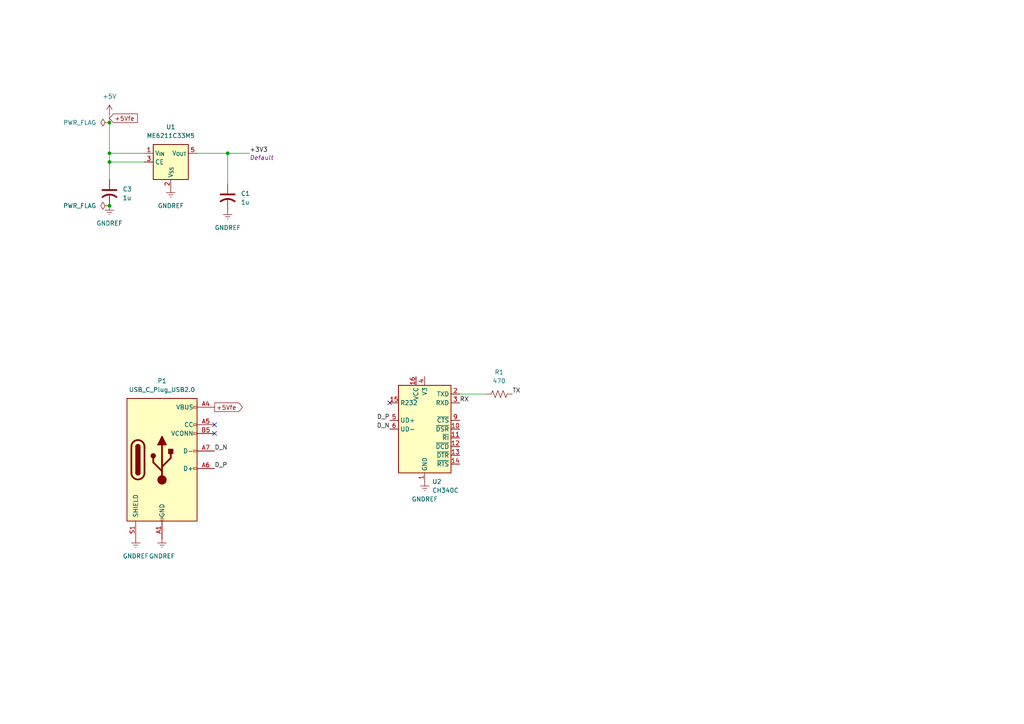
<source format=kicad_sch>
(kicad_sch (version 20250114) (generator "eeschema") (generator_version "9.0")
  (paper "A4")
  (lib_symbols
    (symbol "Connector:USB_C_Plug_USB2.0" (pin_names (offset 1.016))
      (property "Reference" "P" (at -10.16 19.05 0))
      (property "Value" "USB_C_Plug_USB2.0" (at 12.7 19.05 0))
      (symbol "USB_C_Plug_USB2.0_0_0"
        (rectangle (start -0.254 -17.78) (end 0.254 -16.764))
        (rectangle (start 10.16 15.494) (end 9.144 14.986))
        (rectangle (start 10.16 10.414) (end 9.144 9.906))
        (rectangle (start 10.16 7.874) (end 9.144 7.366))
        (rectangle (start 10.16 2.794) (end 9.144 2.286))
        (rectangle (start 10.16 -2.286) (end 9.144 -2.794))
      )
      (symbol "USB_C_Plug_USB2.0_0_1"
        (rectangle (start -10.16 17.78) (end 10.16 -17.78) (stroke (width 0.254)) (fill (type background)))
        (polyline (pts (xy -8.89 -3.81) (xy -8.89 3.81)) (stroke (width 0.508)))
        (rectangle (start -7.62 -3.81) (end -6.35 3.81) (stroke (width 0.254)) (fill (type outline)))
        (arc (start -7.62 3.81) (mid -6.985 4.4423) (end -6.35 3.81) (stroke (width 0.254)))
        (arc (start -7.62 3.81) (mid -6.985 4.4423) (end -6.35 3.81) (stroke (width 0.254)) (fill (type outline)))
        (arc (start -8.89 3.81) (mid -6.985 5.7067) (end -5.08 3.81) (stroke (width 0.508)))
        (arc (start -5.08 -3.81) (mid -6.985 -5.7067) (end -8.89 -3.81) (stroke (width 0.508)))
        (arc (start -6.35 -3.81) (mid -6.985 -4.4423) (end -7.62 -3.81) (stroke (width 0.254)))
        (arc (start -6.35 -3.81) (mid -6.985 -4.4423) (end -7.62 -3.81) (stroke (width 0.254)) (fill (type outline)))
        (polyline (pts (xy -5.08 3.81) (xy -5.08 -3.81)) (stroke (width 0.508)))
        (circle (center -2.54 1.143) (radius 0.635) (stroke (width 0.254)) (fill (type outline)))
        (polyline (pts (xy -1.27 4.318) (xy 0 6.858) (xy 1.27 4.318) (xy -1.27 4.318)) (stroke (width 0.254)) (fill (type outline)))
        (polyline (pts (xy 0 -2.032) (xy 2.54 0.508) (xy 2.54 1.778)) (stroke (width 0.508)))
        (polyline (pts (xy 0 -3.302) (xy -2.54 -0.762) (xy -2.54 0.508)) (stroke (width 0.508)))
        (polyline (pts (xy 0 -5.842) (xy 0 4.318)) (stroke (width 0.508)))
        (circle (center 0 -5.842) (radius 1.27) (fill (type outline)))
        (rectangle (start 1.905 1.778) (end 3.175 3.048) (stroke (width 0.254)) (fill (type outline)))
      )
      (symbol "USB_C_Plug_USB2.0_1_1"
        (pin passive line (at -7.62 -22.86 90) (length 5.08) (name "SHIELD") (number "S1"))
        (pin passive line (at 0 -22.86 90) (length 5.08) (name "GND") (number "A1"))
        (pin passive line (at 0 -22.86 90) (length 5.08) (hide yes) (name "GND") (number "A12"))
        (pin passive line (at 0 -22.86 90) (length 5.08) (hide yes) (name "GND") (number "B1"))
        (pin passive line (at 0 -22.86 90) (length 5.08) (hide yes) (name "GND") (number "B12"))
        (pin passive line (at 15.24 15.24 180) (length 5.08) (name "VBUS") (number "A4"))
        (pin passive line (at 15.24 15.24 180) (length 5.08) (hide yes) (name "VBUS") (number "A9"))
        (pin passive line (at 15.24 15.24 180) (length 5.08) (hide yes) (name "VBUS") (number "B4"))
        (pin passive line (at 15.24 15.24 180) (length 5.08) (hide yes) (name "VBUS") (number "B9"))
        (pin bidirectional line (at 15.24 10.16 180) (length 5.08) (name "CC") (number "A5"))
        (pin bidirectional line (at 15.24 7.62 180) (length 5.08) (name "VCONN") (number "B5"))
        (pin bidirectional line (at 15.24 2.54 180) (length 5.08) (name "D-") (number "A7"))
        (pin bidirectional line (at 15.24 -2.54 180) (length 5.08) (name "D+") (number "A6"))
      )
    )
    (symbol "Device:C_US" (pin_numbers (hide yes)) (pin_names (offset 0.254) (hide yes))
      (property "Reference" "C" (at 0.635 2.54 0))
      (property "Value" "C_US" (at 0.635 -2.54 0))
      (symbol "C_US_0_1"
        (polyline (pts (xy -2.032 0.762) (xy 2.032 0.762)) (stroke (width 0.508)))
        (arc (start -2.032 -1.27) (mid 0 -0.5572) (end 2.032 -1.27) (stroke (width 0.508)))
      )
      (symbol "C_US_1_1"
        (pin passive line (at 0 3.81 270) (length 2.794) (name "~") (number "1"))
        (pin passive line (at 0 -3.81 90) (length 3.302) (name "~") (number "2"))
      )
    )
    (symbol "Device:R_US" (pin_numbers (hide yes)) (pin_names (offset 0))
      (property "Reference" "R" (at 2.54 0 90))
      (property "Value" "R_US" (at -2.54 0 90))
      (symbol "R_US_0_1"
        (polyline (pts (xy 0 2.286) (xy 0 2.54)))
        (polyline (pts (xy 0 2.286) (xy 1.016 1.905) (xy 0 1.524) (xy -1.016 1.143) (xy 0 0.762)))
        (polyline (pts (xy 0 0.762) (xy 1.016 0.381) (xy 0 0) (xy -1.016 -0.381) (xy 0 -0.762)))
        (polyline (pts (xy 0 -0.762) (xy 1.016 -1.143) (xy 0 -1.524) (xy -1.016 -1.905) (xy 0 -2.286)))
        (polyline (pts (xy 0 -2.286) (xy 0 -2.54)))
      )
      (symbol "R_US_1_1"
        (pin passive line (at 0 3.81 270) (length 1.27) (name "~") (number "1"))
        (pin passive line (at 0 -3.81 90) (length 1.27) (name "~") (number "2"))
      )
    )
    (symbol "Interface_USB:CH340C"
      (property "Reference" "U" (at -5.08 13.97 0))
      (property "Value" "CH340C" (at 1.27 13.97 0))
      (symbol "CH340C_0_1"
        (rectangle (start -7.62 12.7) (end 7.62 -12.7) (stroke (width 0.254)) (fill (type background)))
      )
      (symbol "CH340C_1_1"
        (pin input line (at -10.16 7.62 0) (length 2.54) (name "R232") (number "15"))
        (pin bidirectional line (at -10.16 2.54 0) (length 2.54) (name "UD+") (number "5"))
        (pin bidirectional line (at -10.16 0 0) (length 2.54) (name "UD-") (number "6"))
        (pin no_connect line (at -7.62 -5.08 0) (length 2.54) (hide yes) (name "NC") (number "7"))
        (pin no_connect line (at -7.62 -7.62 0) (length 2.54) (hide yes) (name "NC") (number "8"))
        (pin power_in line (at -2.54 15.24 270) (length 2.54) (name "VCC") (number "16"))
        (pin power_out line (at 0 15.24 270) (length 2.54) (name "V3") (number "4"))
        (pin power_in line (at 0 -15.24 90) (length 2.54) (name "GND") (number "1"))
        (pin output line (at 10.16 10.16 180) (length 2.54) (name "TXD") (number "2"))
        (pin input line (at 10.16 7.62 180) (length 2.54) (name "RXD") (number "3"))
        (pin input line (at 10.16 2.54 180) (length 2.54) (name "~{CTS}") (number "9"))
        (pin input line (at 10.16 0 180) (length 2.54) (name "~{DSR}") (number "10"))
        (pin input line (at 10.16 -2.54 180) (length 2.54) (name "~{RI}") (number "11"))
        (pin input line (at 10.16 -5.08 180) (length 2.54) (name "~{DCD}") (number "12"))
        (pin output line (at 10.16 -7.62 180) (length 2.54) (name "~{DTR}") (number "13"))
        (pin output line (at 10.16 -10.16 180) (length 2.54) (name "~{RTS}") (number "14"))
      )
    )
    (symbol "Regulator_Linear:ME6211C33M5"
      (property "Reference" "U" (at -4.572 6.35 0))
      (property "Value" "ME6211C33M5" (at 10.16 8.636 0))
      (symbol "ME6211C33M5_1_1"
        (rectangle (start -5.08 5.08) (end 5.08 -5.08) (stroke (width 0.254)) (fill (type background)))
        (pin power_in line (at -7.62 2.54 0) (length 2.54) (name "V_{IN}") (number "1"))
        (pin input line (at -7.62 0 0) (length 2.54) (name "CE") (number "3"))
        (pin power_in line (at 0 -7.62 90) (length 2.54) (name "V_{SS}") (number "2"))
        (pin no_connect line (at 5.08 0 180) (length 2.54) (hide yes) (name "NC") (number "4"))
        (pin power_out line (at 7.62 2.54 180) (length 2.54) (name "V_{OUT}") (number "5"))
      )
    )
    (symbol "power:+5V" (power) (pin_numbers (hide yes)) (pin_names (offset 0) (hide yes))
      (property "Value" "+5V" (at 0 3.556 0))
      (symbol "+5V_0_1"
        (polyline (pts (xy -0.762 1.27) (xy 0 2.54)))
        (polyline (pts (xy 0 2.54) (xy 0.762 1.27)))
        (polyline (pts (xy 0 0) (xy 0 2.54)))
      )
      (symbol "+5V_1_1"
        (pin power_in line (at 0 0 90) (length 0) (name "~") (number "1"))
      )
    )
    (symbol "power:GNDREF" (power) (pin_numbers (hide yes)) (pin_names (offset 0) (hide yes))
      (property "Value" "GNDREF" (at 0 -3.81 0))
      (symbol "GNDREF_0_1"
        (polyline (pts (xy -0.635 -1.905) (xy 0.635 -1.905)))
        (polyline (pts (xy -0.127 -2.54) (xy 0.127 -2.54)))
        (polyline (pts (xy 0 -1.27) (xy 0 0)))
        (polyline (pts (xy 1.27 -1.27) (xy -1.27 -1.27)))
      )
      (symbol "GNDREF_1_1"
        (pin power_in line (at 0 0 270) (length 0) (name "~") (number "1"))
      )
    )
    (symbol "power:PWR_FLAG" (power) (pin_numbers (hide yes)) (pin_names (offset 0) (hide yes))
      (property "Value" "PWR_FLAG" (at 0 3.81 0))
      (symbol "PWR_FLAG_0_0"
        (pin power_out line (at 0 0 90) (length 0) (name "~") (number "1"))
      )
      (symbol "PWR_FLAG_0_1"
        (polyline (pts (xy 0 0) (xy 0 1.27) (xy -1.016 1.905) (xy 0 2.54) (xy 1.016 1.905) (xy 0 1.27)))
      )
    )
  )
  (junction (at 31.75 59.69))
  (junction (at 31.75 35.56))
  (junction (at 66.04 44.45))
  (junction (at 31.75 44.45))
  (junction (at 31.75 46.99))
  (no_connect (at 113.03 116.84))
  (no_connect (at 62.23 123.19))
  (no_connect (at 62.23 125.73))
  (wire (pts (xy 31.75 44.45) (xy 41.91 44.45)))
  (wire (pts (xy 57.15 44.45) (xy 66.04 44.45)))
  (wire (pts (xy 31.75 33.02) (xy 31.75 35.56)))
  (wire (pts (xy 31.75 46.99) (xy 41.91 46.99)))
  (wire (pts (xy 133.35 114.3) (xy 140.97 114.3)))
  (wire (pts (xy 66.04 44.45) (xy 66.04 53.34)))
  (wire (pts (xy 31.75 44.45) (xy 31.75 46.99)))
  (wire (pts (xy 31.75 35.56) (xy 31.75 44.45)))
  (wire (pts (xy 66.04 44.45) (xy 72.39 44.45)))
  (wire (pts (xy 31.75 46.99) (xy 31.75 52.07)))
  (label "D_N" (at 62.23 130.81 0))
  (label "D_P" (at 62.23 135.89 0))
  (label "+3V3" (at 72.39 44.45 0) (property "Netclass" "Default" (at 72.39 45.72 0) (effects (font (italic yes)) (justify left))))
  (label "D_P" (at 113.03 121.92 180))
  (label "TX" (at 148.59 114.3 0))
  (label "RX" (at 133.35 116.84 0))
  (label "D_N" (at 113.03 124.46 180))
  (global_label "+5Vfe" (shape output) (at 62.23 118.11 0) (property "Intersheetrefs" "${INTERSHEET_REFS}" (effects (hide yes))))
  (global_label "+5Vfe" (shape input) (at 31.75 34.29 0) (property "Intersheetrefs" "${INTERSHEET_REFS}" (effects (hide yes))))
  (symbol (lib_id "power:+5V") (at 31.75 33.02 0) (unit 1)
    (property "Reference" "#PWR01" (effects (hide yes)))
    (property "Value" "+5V" (at 31.75 27.94 0))
    (property "Description" "Power symbol creates a global label with name \"+5V\"" (effects (hide yes)))
  )
  (symbol (lib_id "Connector:USB_C_Plug_USB2.0") (at 46.99 133.35 0) (unit 1)
    (property "Reference" "P1" (at 46.99 110.49 0))
    (property "Value" "USB_C_Plug_USB2.0" (at 46.99 113.03 0))
    (property "Footprint" "Connector_USB:USB_C_Receptacle_GCT_USB4085" (effects (hide yes)))
    (property "Datasheet" "https://www.usb.org/sites/default/files/documents/usb_type-c.zip" (effects (hide yes)))
    (property "Description" "USB 2.0-only Type-C Plug connector" (effects (hide yes)))
  )
  (symbol (lib_id "Regulator_Linear:ME6211C33M5") (at 49.53 46.99 0) (unit 1)
    (property "Reference" "U1" (at 49.53 36.83 0))
    (property "Value" "ME6211C33M5" (at 49.53 39.37 0))
    (property "Footprint" "Package_TO_SOT_SMD:SOT-23-5" (effects (hide yes)))
    (property "Datasheet" "https://www.lcsc.com/datasheet/lcsc_datasheet_2304140030_MICRONE-Nanjing-Micro-One-Elec-ME6211C33R5G_C235316.pdf" (effects (hide yes)))
    (property "Description" "500mA low dropout linear regulator, shutdown pin, 6.5V max input voltage, 3.3V fixed positive output, SOT-23-5" (effects (hide yes)))
  )
  (symbol (lib_id "Device:R_US") (at 144.78 114.3 90) (unit 1)
    (property "Reference" "R1" (at 144.78 107.95 90))
    (property "Value" "470" (at 144.78 110.49 90))
    (property "Footprint" "Resistor_SMD:R_0805_2012Metric_Pad1.20x1.40mm_HandSolder" (effects (hide yes)))
    (property "Description" "Resistor, US symbol" (effects (hide yes)))
  )
  (symbol (lib_id "Device:C_US") (at 31.75 55.88 0) (unit 1)
    (property "Reference" "C3" (at 35.56 54.8639 0) (effects (justify left)))
    (property "Value" "1u" (at 35.56 57.4039 0) (effects (justify left)))
    (property "Footprint" "Capacitor_SMD:C_0805_2012Metric_Pad1.18x1.45mm_HandSolder" (effects (hide yes)))
    (property "Description" "capacitor, US symbol" (effects (hide yes)))
  )
  (symbol (lib_id "power:GNDREF") (at 49.53 54.61 0) (unit 1)
    (property "Reference" "#PWR04" (effects (hide yes)))
    (property "Value" "GNDREF" (at 49.53 59.69 0))
    (property "Description" "Power symbol creates a global label with name \"GNDREF\" , reference supply ground" (effects (hide yes)))
  )
  (symbol (lib_id "power:GNDREF") (at 123.19 139.7 0) (unit 1)
    (property "Reference" "#PWR07" (effects (hide yes)))
    (property "Value" "GNDREF" (at 123.19 144.78 0))
    (property "Description" "Power symbol creates a global label with name \"GNDREF\" , reference supply ground" (effects (hide yes)))
  )
  (symbol (lib_id "power:GNDREF") (at 46.99 156.21 0) (unit 1)
    (property "Reference" "#PWR05" (effects (hide yes)))
    (property "Value" "GNDREF" (at 46.99 161.29 0))
    (property "Description" "Power symbol creates a global label with name \"GNDREF\" , reference supply ground" (effects (hide yes)))
  )
  (symbol (lib_id "power:GNDREF") (at 66.04 60.96 0) (unit 1)
    (property "Reference" "#PWR03" (effects (hide yes)))
    (property "Value" "GNDREF" (at 66.04 66.04 0))
    (property "Description" "Power symbol creates a global label with name \"GNDREF\" , reference supply ground" (effects (hide yes)))
  )
  (symbol (lib_id "Device:C_US") (at 66.04 57.15 0) (unit 1)
    (property "Reference" "C1" (at 69.85 56.1339 0) (effects (justify left)))
    (property "Value" "1u" (at 69.85 58.6739 0) (effects (justify left)))
    (property "Footprint" "Capacitor_SMD:C_0805_2012Metric_Pad1.18x1.45mm_HandSolder" (effects (hide yes)))
    (property "Description" "capacitor, US symbol" (effects (hide yes)))
  )
  (symbol (lib_id "Interface_USB:CH340C") (at 123.19 124.46 0) (unit 1)
    (property "Reference" "U2" (at 125.3333 139.7 0) (effects (justify left)))
    (property "Value" "CH340C" (at 125.3333 142.24 0) (effects (justify left)))
    (property "Footprint" "Package_SO:SOIC-16_3.9x9.9mm_P1.27mm" (effects (hide yes)))
    (property "Datasheet" "https://datasheet.lcsc.com/szlcsc/Jiangsu-Qin-Heng-CH340C_C84681.pdf" (effects (hide yes)))
    (property "Description" "USB serial converter, crystal-less, UART, SOIC-16" (effects (hide yes)))
  )
  (symbol (lib_id "power:PWR_FLAG") (at 31.75 59.69 90) (unit 1)
    (property "Reference" "#FLG02" (effects (hide yes)))
    (property "Value" "PWR_FLAG" (at 27.94 59.6899 90) (effects (justify left)))
    (property "Description" "Special symbol for telling ERC where power comes from" (effects (hide yes)))
  )
  (symbol (lib_id "power:PWR_FLAG") (at 31.75 35.56 90) (unit 1)
    (property "Reference" "#FLG01" (effects (hide yes)))
    (property "Value" "PWR_FLAG" (at 27.94 35.5599 90) (effects (justify left)))
    (property "Description" "Special symbol for telling ERC where power comes from" (effects (hide yes)))
  )
  (symbol (lib_id "power:GNDREF") (at 39.37 156.21 0) (unit 1)
    (property "Reference" "#PWR06" (effects (hide yes)))
    (property "Value" "GNDREF" (at 39.37 161.29 0))
    (property "Description" "Power symbol creates a global label with name \"GNDREF\" , reference supply ground" (effects (hide yes)))
  )
  (symbol (lib_id "power:GNDREF") (at 31.75 59.69 0) (unit 1)
    (property "Reference" "#PWR02" (effects (hide yes)))
    (property "Value" "GNDREF" (at 31.75 64.77 0))
    (property "Description" "Power symbol creates a global label with name \"GNDREF\" , reference supply ground" (effects (hide yes)))
  )
)
</source>
